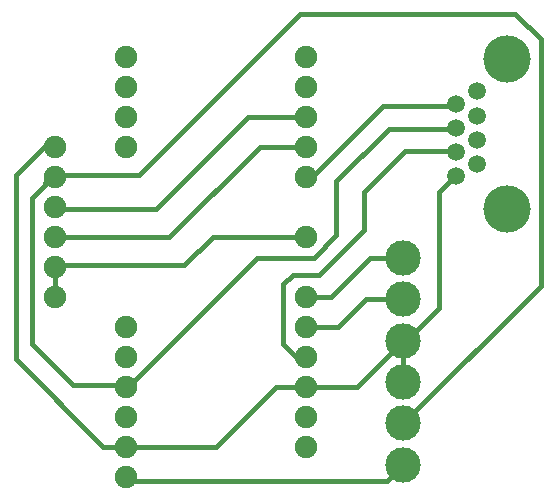
<source format=gbr>
G04 DipTrace 3.0.0.2*
G04 Top.gbr*
%MOIN*%
G04 #@! TF.FileFunction,Copper,L1,Top*
G04 #@! TF.Part,Single*
G04 #@! TA.AperFunction,Conductor*
%ADD13C,0.015748*%
G04 #@! TA.AperFunction,ComponentPad*
%ADD16C,0.074803*%
%ADD17C,0.15748*%
%ADD18C,0.11811*%
%ADD19C,0.059055*%
%FSLAX26Y26*%
G04*
G70*
G90*
G75*
G01*
G04 Top*
%LPD*%
X0Y200000D2*
D13*
Y206240D1*
X-75008Y131232D1*
Y-356219D1*
X61202Y-492429D1*
X242356D1*
X236220Y-498564D1*
X1161046Y-619689D2*
X1619423Y-161312D1*
Y660105D1*
X1535433Y744094D1*
X819134D1*
X281280Y206240D1*
X-6251D1*
X-31253Y181238D1*
X-18762D1*
X0Y200000D1*
X1196364Y362507D2*
X1333986D1*
X1337241Y365762D1*
X1333986Y362507D2*
X1112617D1*
X937598Y187488D1*
Y6219D1*
X862591Y-68789D1*
X675071D1*
X245295Y-498564D1*
X236220D1*
X1200126Y362507D2*
X1112617D1*
X836220Y-298564D2*
X945348D1*
X1037609Y-206303D1*
X1161046D1*
X836220Y-198564D2*
X920335D1*
X1050391Y-68508D1*
X1161046D1*
X0Y-100000D2*
X6251D1*
Y-93791D1*
X431295D1*
X526522Y1436D1*
X836220D1*
X0Y-200000D2*
Y-100000D1*
X1337241Y445920D2*
X1328836Y437514D1*
X1196364D1*
X1143870D1*
X1093865D1*
X857786Y201436D1*
X836283D1*
X0Y0D2*
Y18820D1*
X18852Y-31D1*
X381290D1*
X682726Y301404D1*
X836283D1*
X836220Y401436D2*
X645243D1*
X337535Y93728D1*
X6272D1*
X0Y100000D1*
Y300000D2*
Y301404D1*
X-36100D1*
X-130373Y207131D1*
Y-407115D1*
X161076Y-698564D1*
X236220D1*
X836220Y-498564D2*
X1006580D1*
X1161046Y-344098D1*
Y-481894D2*
Y-344098D1*
X236220Y-698564D2*
X536388D1*
X736388Y-498564D1*
X836220D1*
X1161046Y-344098D2*
X1172134D1*
X1280080Y-236152D1*
Y150898D1*
X1334315Y205133D1*
X1337241D1*
X836220Y-398564D2*
X804825D1*
X762580Y-356319D1*
Y-156298D1*
X793833Y-125045D1*
X881343D1*
X1031358Y24971D1*
Y149984D1*
X1168873Y287499D1*
X1335190D1*
X1337241Y285448D1*
X1252619Y287499D2*
X1335190D1*
X236220Y-798564D2*
Y-811213D1*
X1107318D1*
X1161046Y-757484D1*
D16*
X236220Y601436D3*
Y501436D3*
Y401436D3*
Y301436D3*
Y-298564D3*
Y-398564D3*
Y-498564D3*
Y-598564D3*
Y-698564D3*
Y-798564D3*
D17*
X1507320Y95133D3*
D16*
X836220Y-698564D3*
Y-598564D3*
Y-498564D3*
Y-398564D3*
Y-298564D3*
Y-198564D3*
Y1436D3*
X836283Y201436D3*
Y301404D3*
X836220Y401436D3*
Y501436D3*
Y601436D3*
D18*
X1161046Y-68508D3*
Y-206303D3*
D16*
X0Y300000D3*
Y200000D3*
Y100000D3*
Y0D3*
Y-100000D3*
D18*
X1161046Y-344098D3*
Y-481894D3*
Y-619689D3*
Y-757484D3*
D17*
X1507320Y595133D3*
D19*
X1407320Y245133D3*
Y325448D3*
Y405762D3*
Y486077D3*
X1337241Y285448D3*
Y365762D3*
Y205133D3*
Y445920D3*
D16*
X0Y-200000D3*
M02*

</source>
